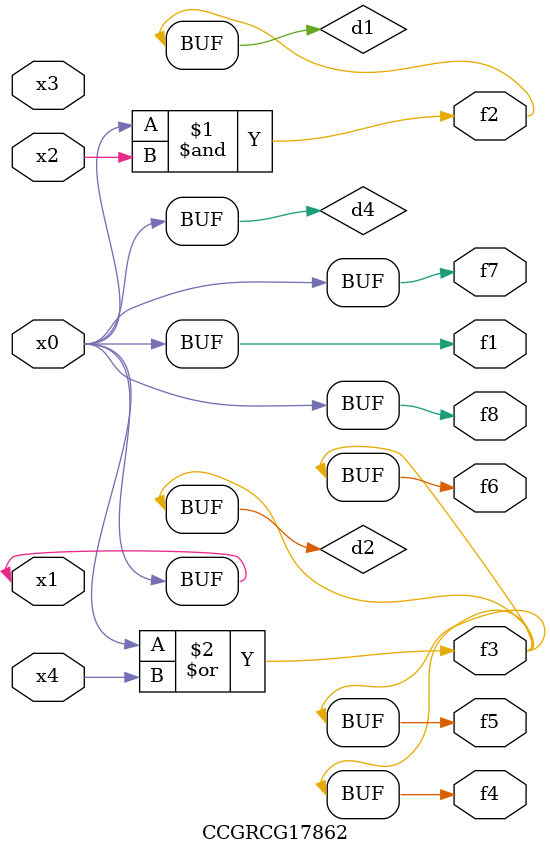
<source format=v>
module CCGRCG17862(
	input x0, x1, x2, x3, x4,
	output f1, f2, f3, f4, f5, f6, f7, f8
);

	wire d1, d2, d3, d4;

	and (d1, x0, x2);
	or (d2, x0, x4);
	nand (d3, x0, x2);
	buf (d4, x0, x1);
	assign f1 = d4;
	assign f2 = d1;
	assign f3 = d2;
	assign f4 = d2;
	assign f5 = d2;
	assign f6 = d2;
	assign f7 = d4;
	assign f8 = d4;
endmodule

</source>
